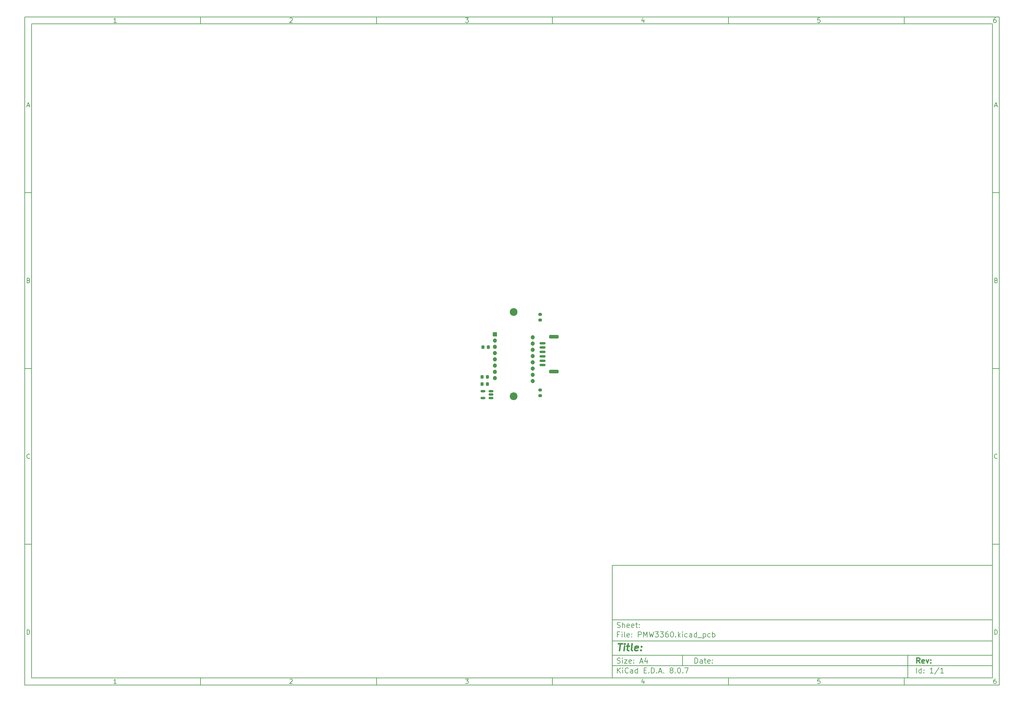
<source format=gbr>
%TF.GenerationSoftware,KiCad,Pcbnew,8.0.7*%
%TF.CreationDate,2024-12-25T19:13:17-08:00*%
%TF.ProjectId,PMW3360,504d5733-3336-4302-9e6b-696361645f70,rev?*%
%TF.SameCoordinates,Original*%
%TF.FileFunction,Soldermask,Top*%
%TF.FilePolarity,Negative*%
%FSLAX46Y46*%
G04 Gerber Fmt 4.6, Leading zero omitted, Abs format (unit mm)*
G04 Created by KiCad (PCBNEW 8.0.7) date 2024-12-25 19:13:17*
%MOMM*%
%LPD*%
G01*
G04 APERTURE LIST*
G04 Aperture macros list*
%AMRoundRect*
0 Rectangle with rounded corners*
0 $1 Rounding radius*
0 $2 $3 $4 $5 $6 $7 $8 $9 X,Y pos of 4 corners*
0 Add a 4 corners polygon primitive as box body*
4,1,4,$2,$3,$4,$5,$6,$7,$8,$9,$2,$3,0*
0 Add four circle primitives for the rounded corners*
1,1,$1+$1,$2,$3*
1,1,$1+$1,$4,$5*
1,1,$1+$1,$6,$7*
1,1,$1+$1,$8,$9*
0 Add four rect primitives between the rounded corners*
20,1,$1+$1,$2,$3,$4,$5,0*
20,1,$1+$1,$4,$5,$6,$7,0*
20,1,$1+$1,$6,$7,$8,$9,0*
20,1,$1+$1,$8,$9,$2,$3,0*%
G04 Aperture macros list end*
%ADD10C,0.100000*%
%ADD11C,0.150000*%
%ADD12C,0.300000*%
%ADD13C,0.400000*%
%ADD14RoundRect,0.150000X0.700000X-0.150000X0.700000X0.150000X-0.700000X0.150000X-0.700000X-0.150000X0*%
%ADD15RoundRect,0.250000X1.100000X-0.250000X1.100000X0.250000X-1.100000X0.250000X-1.100000X-0.250000X0*%
%ADD16RoundRect,0.200000X-0.275000X0.200000X-0.275000X-0.200000X0.275000X-0.200000X0.275000X0.200000X0*%
%ADD17C,2.200000*%
%ADD18R,1.200000X1.200000*%
%ADD19C,1.200000*%
%ADD20RoundRect,0.225000X-0.225000X-0.250000X0.225000X-0.250000X0.225000X0.250000X-0.225000X0.250000X0*%
%ADD21RoundRect,0.150000X0.512500X0.150000X-0.512500X0.150000X-0.512500X-0.150000X0.512500X-0.150000X0*%
%ADD22RoundRect,0.225000X0.225000X0.250000X-0.225000X0.250000X-0.225000X-0.250000X0.225000X-0.250000X0*%
G04 APERTURE END LIST*
D10*
D11*
X177002200Y-166007200D02*
X285002200Y-166007200D01*
X285002200Y-198007200D01*
X177002200Y-198007200D01*
X177002200Y-166007200D01*
D10*
D11*
X10000000Y-10000000D02*
X287002200Y-10000000D01*
X287002200Y-200007200D01*
X10000000Y-200007200D01*
X10000000Y-10000000D01*
D10*
D11*
X12000000Y-12000000D02*
X285002200Y-12000000D01*
X285002200Y-198007200D01*
X12000000Y-198007200D01*
X12000000Y-12000000D01*
D10*
D11*
X60000000Y-12000000D02*
X60000000Y-10000000D01*
D10*
D11*
X110000000Y-12000000D02*
X110000000Y-10000000D01*
D10*
D11*
X160000000Y-12000000D02*
X160000000Y-10000000D01*
D10*
D11*
X210000000Y-12000000D02*
X210000000Y-10000000D01*
D10*
D11*
X260000000Y-12000000D02*
X260000000Y-10000000D01*
D10*
D11*
X36089160Y-11593604D02*
X35346303Y-11593604D01*
X35717731Y-11593604D02*
X35717731Y-10293604D01*
X35717731Y-10293604D02*
X35593922Y-10479319D01*
X35593922Y-10479319D02*
X35470112Y-10603128D01*
X35470112Y-10603128D02*
X35346303Y-10665033D01*
D10*
D11*
X85346303Y-10417414D02*
X85408207Y-10355509D01*
X85408207Y-10355509D02*
X85532017Y-10293604D01*
X85532017Y-10293604D02*
X85841541Y-10293604D01*
X85841541Y-10293604D02*
X85965350Y-10355509D01*
X85965350Y-10355509D02*
X86027255Y-10417414D01*
X86027255Y-10417414D02*
X86089160Y-10541223D01*
X86089160Y-10541223D02*
X86089160Y-10665033D01*
X86089160Y-10665033D02*
X86027255Y-10850747D01*
X86027255Y-10850747D02*
X85284398Y-11593604D01*
X85284398Y-11593604D02*
X86089160Y-11593604D01*
D10*
D11*
X135284398Y-10293604D02*
X136089160Y-10293604D01*
X136089160Y-10293604D02*
X135655826Y-10788842D01*
X135655826Y-10788842D02*
X135841541Y-10788842D01*
X135841541Y-10788842D02*
X135965350Y-10850747D01*
X135965350Y-10850747D02*
X136027255Y-10912652D01*
X136027255Y-10912652D02*
X136089160Y-11036461D01*
X136089160Y-11036461D02*
X136089160Y-11345985D01*
X136089160Y-11345985D02*
X136027255Y-11469795D01*
X136027255Y-11469795D02*
X135965350Y-11531700D01*
X135965350Y-11531700D02*
X135841541Y-11593604D01*
X135841541Y-11593604D02*
X135470112Y-11593604D01*
X135470112Y-11593604D02*
X135346303Y-11531700D01*
X135346303Y-11531700D02*
X135284398Y-11469795D01*
D10*
D11*
X185965350Y-10726938D02*
X185965350Y-11593604D01*
X185655826Y-10231700D02*
X185346303Y-11160271D01*
X185346303Y-11160271D02*
X186151064Y-11160271D01*
D10*
D11*
X236027255Y-10293604D02*
X235408207Y-10293604D01*
X235408207Y-10293604D02*
X235346303Y-10912652D01*
X235346303Y-10912652D02*
X235408207Y-10850747D01*
X235408207Y-10850747D02*
X235532017Y-10788842D01*
X235532017Y-10788842D02*
X235841541Y-10788842D01*
X235841541Y-10788842D02*
X235965350Y-10850747D01*
X235965350Y-10850747D02*
X236027255Y-10912652D01*
X236027255Y-10912652D02*
X236089160Y-11036461D01*
X236089160Y-11036461D02*
X236089160Y-11345985D01*
X236089160Y-11345985D02*
X236027255Y-11469795D01*
X236027255Y-11469795D02*
X235965350Y-11531700D01*
X235965350Y-11531700D02*
X235841541Y-11593604D01*
X235841541Y-11593604D02*
X235532017Y-11593604D01*
X235532017Y-11593604D02*
X235408207Y-11531700D01*
X235408207Y-11531700D02*
X235346303Y-11469795D01*
D10*
D11*
X285965350Y-10293604D02*
X285717731Y-10293604D01*
X285717731Y-10293604D02*
X285593922Y-10355509D01*
X285593922Y-10355509D02*
X285532017Y-10417414D01*
X285532017Y-10417414D02*
X285408207Y-10603128D01*
X285408207Y-10603128D02*
X285346303Y-10850747D01*
X285346303Y-10850747D02*
X285346303Y-11345985D01*
X285346303Y-11345985D02*
X285408207Y-11469795D01*
X285408207Y-11469795D02*
X285470112Y-11531700D01*
X285470112Y-11531700D02*
X285593922Y-11593604D01*
X285593922Y-11593604D02*
X285841541Y-11593604D01*
X285841541Y-11593604D02*
X285965350Y-11531700D01*
X285965350Y-11531700D02*
X286027255Y-11469795D01*
X286027255Y-11469795D02*
X286089160Y-11345985D01*
X286089160Y-11345985D02*
X286089160Y-11036461D01*
X286089160Y-11036461D02*
X286027255Y-10912652D01*
X286027255Y-10912652D02*
X285965350Y-10850747D01*
X285965350Y-10850747D02*
X285841541Y-10788842D01*
X285841541Y-10788842D02*
X285593922Y-10788842D01*
X285593922Y-10788842D02*
X285470112Y-10850747D01*
X285470112Y-10850747D02*
X285408207Y-10912652D01*
X285408207Y-10912652D02*
X285346303Y-11036461D01*
D10*
D11*
X60000000Y-198007200D02*
X60000000Y-200007200D01*
D10*
D11*
X110000000Y-198007200D02*
X110000000Y-200007200D01*
D10*
D11*
X160000000Y-198007200D02*
X160000000Y-200007200D01*
D10*
D11*
X210000000Y-198007200D02*
X210000000Y-200007200D01*
D10*
D11*
X260000000Y-198007200D02*
X260000000Y-200007200D01*
D10*
D11*
X36089160Y-199600804D02*
X35346303Y-199600804D01*
X35717731Y-199600804D02*
X35717731Y-198300804D01*
X35717731Y-198300804D02*
X35593922Y-198486519D01*
X35593922Y-198486519D02*
X35470112Y-198610328D01*
X35470112Y-198610328D02*
X35346303Y-198672233D01*
D10*
D11*
X85346303Y-198424614D02*
X85408207Y-198362709D01*
X85408207Y-198362709D02*
X85532017Y-198300804D01*
X85532017Y-198300804D02*
X85841541Y-198300804D01*
X85841541Y-198300804D02*
X85965350Y-198362709D01*
X85965350Y-198362709D02*
X86027255Y-198424614D01*
X86027255Y-198424614D02*
X86089160Y-198548423D01*
X86089160Y-198548423D02*
X86089160Y-198672233D01*
X86089160Y-198672233D02*
X86027255Y-198857947D01*
X86027255Y-198857947D02*
X85284398Y-199600804D01*
X85284398Y-199600804D02*
X86089160Y-199600804D01*
D10*
D11*
X135284398Y-198300804D02*
X136089160Y-198300804D01*
X136089160Y-198300804D02*
X135655826Y-198796042D01*
X135655826Y-198796042D02*
X135841541Y-198796042D01*
X135841541Y-198796042D02*
X135965350Y-198857947D01*
X135965350Y-198857947D02*
X136027255Y-198919852D01*
X136027255Y-198919852D02*
X136089160Y-199043661D01*
X136089160Y-199043661D02*
X136089160Y-199353185D01*
X136089160Y-199353185D02*
X136027255Y-199476995D01*
X136027255Y-199476995D02*
X135965350Y-199538900D01*
X135965350Y-199538900D02*
X135841541Y-199600804D01*
X135841541Y-199600804D02*
X135470112Y-199600804D01*
X135470112Y-199600804D02*
X135346303Y-199538900D01*
X135346303Y-199538900D02*
X135284398Y-199476995D01*
D10*
D11*
X185965350Y-198734138D02*
X185965350Y-199600804D01*
X185655826Y-198238900D02*
X185346303Y-199167471D01*
X185346303Y-199167471D02*
X186151064Y-199167471D01*
D10*
D11*
X236027255Y-198300804D02*
X235408207Y-198300804D01*
X235408207Y-198300804D02*
X235346303Y-198919852D01*
X235346303Y-198919852D02*
X235408207Y-198857947D01*
X235408207Y-198857947D02*
X235532017Y-198796042D01*
X235532017Y-198796042D02*
X235841541Y-198796042D01*
X235841541Y-198796042D02*
X235965350Y-198857947D01*
X235965350Y-198857947D02*
X236027255Y-198919852D01*
X236027255Y-198919852D02*
X236089160Y-199043661D01*
X236089160Y-199043661D02*
X236089160Y-199353185D01*
X236089160Y-199353185D02*
X236027255Y-199476995D01*
X236027255Y-199476995D02*
X235965350Y-199538900D01*
X235965350Y-199538900D02*
X235841541Y-199600804D01*
X235841541Y-199600804D02*
X235532017Y-199600804D01*
X235532017Y-199600804D02*
X235408207Y-199538900D01*
X235408207Y-199538900D02*
X235346303Y-199476995D01*
D10*
D11*
X285965350Y-198300804D02*
X285717731Y-198300804D01*
X285717731Y-198300804D02*
X285593922Y-198362709D01*
X285593922Y-198362709D02*
X285532017Y-198424614D01*
X285532017Y-198424614D02*
X285408207Y-198610328D01*
X285408207Y-198610328D02*
X285346303Y-198857947D01*
X285346303Y-198857947D02*
X285346303Y-199353185D01*
X285346303Y-199353185D02*
X285408207Y-199476995D01*
X285408207Y-199476995D02*
X285470112Y-199538900D01*
X285470112Y-199538900D02*
X285593922Y-199600804D01*
X285593922Y-199600804D02*
X285841541Y-199600804D01*
X285841541Y-199600804D02*
X285965350Y-199538900D01*
X285965350Y-199538900D02*
X286027255Y-199476995D01*
X286027255Y-199476995D02*
X286089160Y-199353185D01*
X286089160Y-199353185D02*
X286089160Y-199043661D01*
X286089160Y-199043661D02*
X286027255Y-198919852D01*
X286027255Y-198919852D02*
X285965350Y-198857947D01*
X285965350Y-198857947D02*
X285841541Y-198796042D01*
X285841541Y-198796042D02*
X285593922Y-198796042D01*
X285593922Y-198796042D02*
X285470112Y-198857947D01*
X285470112Y-198857947D02*
X285408207Y-198919852D01*
X285408207Y-198919852D02*
X285346303Y-199043661D01*
D10*
D11*
X10000000Y-60000000D02*
X12000000Y-60000000D01*
D10*
D11*
X10000000Y-110000000D02*
X12000000Y-110000000D01*
D10*
D11*
X10000000Y-160000000D02*
X12000000Y-160000000D01*
D10*
D11*
X10690476Y-35222176D02*
X11309523Y-35222176D01*
X10566666Y-35593604D02*
X10999999Y-34293604D01*
X10999999Y-34293604D02*
X11433333Y-35593604D01*
D10*
D11*
X11092857Y-84912652D02*
X11278571Y-84974557D01*
X11278571Y-84974557D02*
X11340476Y-85036461D01*
X11340476Y-85036461D02*
X11402380Y-85160271D01*
X11402380Y-85160271D02*
X11402380Y-85345985D01*
X11402380Y-85345985D02*
X11340476Y-85469795D01*
X11340476Y-85469795D02*
X11278571Y-85531700D01*
X11278571Y-85531700D02*
X11154761Y-85593604D01*
X11154761Y-85593604D02*
X10659523Y-85593604D01*
X10659523Y-85593604D02*
X10659523Y-84293604D01*
X10659523Y-84293604D02*
X11092857Y-84293604D01*
X11092857Y-84293604D02*
X11216666Y-84355509D01*
X11216666Y-84355509D02*
X11278571Y-84417414D01*
X11278571Y-84417414D02*
X11340476Y-84541223D01*
X11340476Y-84541223D02*
X11340476Y-84665033D01*
X11340476Y-84665033D02*
X11278571Y-84788842D01*
X11278571Y-84788842D02*
X11216666Y-84850747D01*
X11216666Y-84850747D02*
X11092857Y-84912652D01*
X11092857Y-84912652D02*
X10659523Y-84912652D01*
D10*
D11*
X11402380Y-135469795D02*
X11340476Y-135531700D01*
X11340476Y-135531700D02*
X11154761Y-135593604D01*
X11154761Y-135593604D02*
X11030952Y-135593604D01*
X11030952Y-135593604D02*
X10845238Y-135531700D01*
X10845238Y-135531700D02*
X10721428Y-135407890D01*
X10721428Y-135407890D02*
X10659523Y-135284080D01*
X10659523Y-135284080D02*
X10597619Y-135036461D01*
X10597619Y-135036461D02*
X10597619Y-134850747D01*
X10597619Y-134850747D02*
X10659523Y-134603128D01*
X10659523Y-134603128D02*
X10721428Y-134479319D01*
X10721428Y-134479319D02*
X10845238Y-134355509D01*
X10845238Y-134355509D02*
X11030952Y-134293604D01*
X11030952Y-134293604D02*
X11154761Y-134293604D01*
X11154761Y-134293604D02*
X11340476Y-134355509D01*
X11340476Y-134355509D02*
X11402380Y-134417414D01*
D10*
D11*
X10659523Y-185593604D02*
X10659523Y-184293604D01*
X10659523Y-184293604D02*
X10969047Y-184293604D01*
X10969047Y-184293604D02*
X11154761Y-184355509D01*
X11154761Y-184355509D02*
X11278571Y-184479319D01*
X11278571Y-184479319D02*
X11340476Y-184603128D01*
X11340476Y-184603128D02*
X11402380Y-184850747D01*
X11402380Y-184850747D02*
X11402380Y-185036461D01*
X11402380Y-185036461D02*
X11340476Y-185284080D01*
X11340476Y-185284080D02*
X11278571Y-185407890D01*
X11278571Y-185407890D02*
X11154761Y-185531700D01*
X11154761Y-185531700D02*
X10969047Y-185593604D01*
X10969047Y-185593604D02*
X10659523Y-185593604D01*
D10*
D11*
X287002200Y-60000000D02*
X285002200Y-60000000D01*
D10*
D11*
X287002200Y-110000000D02*
X285002200Y-110000000D01*
D10*
D11*
X287002200Y-160000000D02*
X285002200Y-160000000D01*
D10*
D11*
X285692676Y-35222176D02*
X286311723Y-35222176D01*
X285568866Y-35593604D02*
X286002199Y-34293604D01*
X286002199Y-34293604D02*
X286435533Y-35593604D01*
D10*
D11*
X286095057Y-84912652D02*
X286280771Y-84974557D01*
X286280771Y-84974557D02*
X286342676Y-85036461D01*
X286342676Y-85036461D02*
X286404580Y-85160271D01*
X286404580Y-85160271D02*
X286404580Y-85345985D01*
X286404580Y-85345985D02*
X286342676Y-85469795D01*
X286342676Y-85469795D02*
X286280771Y-85531700D01*
X286280771Y-85531700D02*
X286156961Y-85593604D01*
X286156961Y-85593604D02*
X285661723Y-85593604D01*
X285661723Y-85593604D02*
X285661723Y-84293604D01*
X285661723Y-84293604D02*
X286095057Y-84293604D01*
X286095057Y-84293604D02*
X286218866Y-84355509D01*
X286218866Y-84355509D02*
X286280771Y-84417414D01*
X286280771Y-84417414D02*
X286342676Y-84541223D01*
X286342676Y-84541223D02*
X286342676Y-84665033D01*
X286342676Y-84665033D02*
X286280771Y-84788842D01*
X286280771Y-84788842D02*
X286218866Y-84850747D01*
X286218866Y-84850747D02*
X286095057Y-84912652D01*
X286095057Y-84912652D02*
X285661723Y-84912652D01*
D10*
D11*
X286404580Y-135469795D02*
X286342676Y-135531700D01*
X286342676Y-135531700D02*
X286156961Y-135593604D01*
X286156961Y-135593604D02*
X286033152Y-135593604D01*
X286033152Y-135593604D02*
X285847438Y-135531700D01*
X285847438Y-135531700D02*
X285723628Y-135407890D01*
X285723628Y-135407890D02*
X285661723Y-135284080D01*
X285661723Y-135284080D02*
X285599819Y-135036461D01*
X285599819Y-135036461D02*
X285599819Y-134850747D01*
X285599819Y-134850747D02*
X285661723Y-134603128D01*
X285661723Y-134603128D02*
X285723628Y-134479319D01*
X285723628Y-134479319D02*
X285847438Y-134355509D01*
X285847438Y-134355509D02*
X286033152Y-134293604D01*
X286033152Y-134293604D02*
X286156961Y-134293604D01*
X286156961Y-134293604D02*
X286342676Y-134355509D01*
X286342676Y-134355509D02*
X286404580Y-134417414D01*
D10*
D11*
X285661723Y-185593604D02*
X285661723Y-184293604D01*
X285661723Y-184293604D02*
X285971247Y-184293604D01*
X285971247Y-184293604D02*
X286156961Y-184355509D01*
X286156961Y-184355509D02*
X286280771Y-184479319D01*
X286280771Y-184479319D02*
X286342676Y-184603128D01*
X286342676Y-184603128D02*
X286404580Y-184850747D01*
X286404580Y-184850747D02*
X286404580Y-185036461D01*
X286404580Y-185036461D02*
X286342676Y-185284080D01*
X286342676Y-185284080D02*
X286280771Y-185407890D01*
X286280771Y-185407890D02*
X286156961Y-185531700D01*
X286156961Y-185531700D02*
X285971247Y-185593604D01*
X285971247Y-185593604D02*
X285661723Y-185593604D01*
D10*
D11*
X200458026Y-193793328D02*
X200458026Y-192293328D01*
X200458026Y-192293328D02*
X200815169Y-192293328D01*
X200815169Y-192293328D02*
X201029455Y-192364757D01*
X201029455Y-192364757D02*
X201172312Y-192507614D01*
X201172312Y-192507614D02*
X201243741Y-192650471D01*
X201243741Y-192650471D02*
X201315169Y-192936185D01*
X201315169Y-192936185D02*
X201315169Y-193150471D01*
X201315169Y-193150471D02*
X201243741Y-193436185D01*
X201243741Y-193436185D02*
X201172312Y-193579042D01*
X201172312Y-193579042D02*
X201029455Y-193721900D01*
X201029455Y-193721900D02*
X200815169Y-193793328D01*
X200815169Y-193793328D02*
X200458026Y-193793328D01*
X202600884Y-193793328D02*
X202600884Y-193007614D01*
X202600884Y-193007614D02*
X202529455Y-192864757D01*
X202529455Y-192864757D02*
X202386598Y-192793328D01*
X202386598Y-192793328D02*
X202100884Y-192793328D01*
X202100884Y-192793328D02*
X201958026Y-192864757D01*
X202600884Y-193721900D02*
X202458026Y-193793328D01*
X202458026Y-193793328D02*
X202100884Y-193793328D01*
X202100884Y-193793328D02*
X201958026Y-193721900D01*
X201958026Y-193721900D02*
X201886598Y-193579042D01*
X201886598Y-193579042D02*
X201886598Y-193436185D01*
X201886598Y-193436185D02*
X201958026Y-193293328D01*
X201958026Y-193293328D02*
X202100884Y-193221900D01*
X202100884Y-193221900D02*
X202458026Y-193221900D01*
X202458026Y-193221900D02*
X202600884Y-193150471D01*
X203100884Y-192793328D02*
X203672312Y-192793328D01*
X203315169Y-192293328D02*
X203315169Y-193579042D01*
X203315169Y-193579042D02*
X203386598Y-193721900D01*
X203386598Y-193721900D02*
X203529455Y-193793328D01*
X203529455Y-193793328D02*
X203672312Y-193793328D01*
X204743741Y-193721900D02*
X204600884Y-193793328D01*
X204600884Y-193793328D02*
X204315170Y-193793328D01*
X204315170Y-193793328D02*
X204172312Y-193721900D01*
X204172312Y-193721900D02*
X204100884Y-193579042D01*
X204100884Y-193579042D02*
X204100884Y-193007614D01*
X204100884Y-193007614D02*
X204172312Y-192864757D01*
X204172312Y-192864757D02*
X204315170Y-192793328D01*
X204315170Y-192793328D02*
X204600884Y-192793328D01*
X204600884Y-192793328D02*
X204743741Y-192864757D01*
X204743741Y-192864757D02*
X204815170Y-193007614D01*
X204815170Y-193007614D02*
X204815170Y-193150471D01*
X204815170Y-193150471D02*
X204100884Y-193293328D01*
X205458026Y-193650471D02*
X205529455Y-193721900D01*
X205529455Y-193721900D02*
X205458026Y-193793328D01*
X205458026Y-193793328D02*
X205386598Y-193721900D01*
X205386598Y-193721900D02*
X205458026Y-193650471D01*
X205458026Y-193650471D02*
X205458026Y-193793328D01*
X205458026Y-192864757D02*
X205529455Y-192936185D01*
X205529455Y-192936185D02*
X205458026Y-193007614D01*
X205458026Y-193007614D02*
X205386598Y-192936185D01*
X205386598Y-192936185D02*
X205458026Y-192864757D01*
X205458026Y-192864757D02*
X205458026Y-193007614D01*
D10*
D11*
X177002200Y-194507200D02*
X285002200Y-194507200D01*
D10*
D11*
X178458026Y-196593328D02*
X178458026Y-195093328D01*
X179315169Y-196593328D02*
X178672312Y-195736185D01*
X179315169Y-195093328D02*
X178458026Y-195950471D01*
X179958026Y-196593328D02*
X179958026Y-195593328D01*
X179958026Y-195093328D02*
X179886598Y-195164757D01*
X179886598Y-195164757D02*
X179958026Y-195236185D01*
X179958026Y-195236185D02*
X180029455Y-195164757D01*
X180029455Y-195164757D02*
X179958026Y-195093328D01*
X179958026Y-195093328D02*
X179958026Y-195236185D01*
X181529455Y-196450471D02*
X181458027Y-196521900D01*
X181458027Y-196521900D02*
X181243741Y-196593328D01*
X181243741Y-196593328D02*
X181100884Y-196593328D01*
X181100884Y-196593328D02*
X180886598Y-196521900D01*
X180886598Y-196521900D02*
X180743741Y-196379042D01*
X180743741Y-196379042D02*
X180672312Y-196236185D01*
X180672312Y-196236185D02*
X180600884Y-195950471D01*
X180600884Y-195950471D02*
X180600884Y-195736185D01*
X180600884Y-195736185D02*
X180672312Y-195450471D01*
X180672312Y-195450471D02*
X180743741Y-195307614D01*
X180743741Y-195307614D02*
X180886598Y-195164757D01*
X180886598Y-195164757D02*
X181100884Y-195093328D01*
X181100884Y-195093328D02*
X181243741Y-195093328D01*
X181243741Y-195093328D02*
X181458027Y-195164757D01*
X181458027Y-195164757D02*
X181529455Y-195236185D01*
X182815170Y-196593328D02*
X182815170Y-195807614D01*
X182815170Y-195807614D02*
X182743741Y-195664757D01*
X182743741Y-195664757D02*
X182600884Y-195593328D01*
X182600884Y-195593328D02*
X182315170Y-195593328D01*
X182315170Y-195593328D02*
X182172312Y-195664757D01*
X182815170Y-196521900D02*
X182672312Y-196593328D01*
X182672312Y-196593328D02*
X182315170Y-196593328D01*
X182315170Y-196593328D02*
X182172312Y-196521900D01*
X182172312Y-196521900D02*
X182100884Y-196379042D01*
X182100884Y-196379042D02*
X182100884Y-196236185D01*
X182100884Y-196236185D02*
X182172312Y-196093328D01*
X182172312Y-196093328D02*
X182315170Y-196021900D01*
X182315170Y-196021900D02*
X182672312Y-196021900D01*
X182672312Y-196021900D02*
X182815170Y-195950471D01*
X184172313Y-196593328D02*
X184172313Y-195093328D01*
X184172313Y-196521900D02*
X184029455Y-196593328D01*
X184029455Y-196593328D02*
X183743741Y-196593328D01*
X183743741Y-196593328D02*
X183600884Y-196521900D01*
X183600884Y-196521900D02*
X183529455Y-196450471D01*
X183529455Y-196450471D02*
X183458027Y-196307614D01*
X183458027Y-196307614D02*
X183458027Y-195879042D01*
X183458027Y-195879042D02*
X183529455Y-195736185D01*
X183529455Y-195736185D02*
X183600884Y-195664757D01*
X183600884Y-195664757D02*
X183743741Y-195593328D01*
X183743741Y-195593328D02*
X184029455Y-195593328D01*
X184029455Y-195593328D02*
X184172313Y-195664757D01*
X186029455Y-195807614D02*
X186529455Y-195807614D01*
X186743741Y-196593328D02*
X186029455Y-196593328D01*
X186029455Y-196593328D02*
X186029455Y-195093328D01*
X186029455Y-195093328D02*
X186743741Y-195093328D01*
X187386598Y-196450471D02*
X187458027Y-196521900D01*
X187458027Y-196521900D02*
X187386598Y-196593328D01*
X187386598Y-196593328D02*
X187315170Y-196521900D01*
X187315170Y-196521900D02*
X187386598Y-196450471D01*
X187386598Y-196450471D02*
X187386598Y-196593328D01*
X188100884Y-196593328D02*
X188100884Y-195093328D01*
X188100884Y-195093328D02*
X188458027Y-195093328D01*
X188458027Y-195093328D02*
X188672313Y-195164757D01*
X188672313Y-195164757D02*
X188815170Y-195307614D01*
X188815170Y-195307614D02*
X188886599Y-195450471D01*
X188886599Y-195450471D02*
X188958027Y-195736185D01*
X188958027Y-195736185D02*
X188958027Y-195950471D01*
X188958027Y-195950471D02*
X188886599Y-196236185D01*
X188886599Y-196236185D02*
X188815170Y-196379042D01*
X188815170Y-196379042D02*
X188672313Y-196521900D01*
X188672313Y-196521900D02*
X188458027Y-196593328D01*
X188458027Y-196593328D02*
X188100884Y-196593328D01*
X189600884Y-196450471D02*
X189672313Y-196521900D01*
X189672313Y-196521900D02*
X189600884Y-196593328D01*
X189600884Y-196593328D02*
X189529456Y-196521900D01*
X189529456Y-196521900D02*
X189600884Y-196450471D01*
X189600884Y-196450471D02*
X189600884Y-196593328D01*
X190243742Y-196164757D02*
X190958028Y-196164757D01*
X190100885Y-196593328D02*
X190600885Y-195093328D01*
X190600885Y-195093328D02*
X191100885Y-196593328D01*
X191600884Y-196450471D02*
X191672313Y-196521900D01*
X191672313Y-196521900D02*
X191600884Y-196593328D01*
X191600884Y-196593328D02*
X191529456Y-196521900D01*
X191529456Y-196521900D02*
X191600884Y-196450471D01*
X191600884Y-196450471D02*
X191600884Y-196593328D01*
X193672313Y-195736185D02*
X193529456Y-195664757D01*
X193529456Y-195664757D02*
X193458027Y-195593328D01*
X193458027Y-195593328D02*
X193386599Y-195450471D01*
X193386599Y-195450471D02*
X193386599Y-195379042D01*
X193386599Y-195379042D02*
X193458027Y-195236185D01*
X193458027Y-195236185D02*
X193529456Y-195164757D01*
X193529456Y-195164757D02*
X193672313Y-195093328D01*
X193672313Y-195093328D02*
X193958027Y-195093328D01*
X193958027Y-195093328D02*
X194100885Y-195164757D01*
X194100885Y-195164757D02*
X194172313Y-195236185D01*
X194172313Y-195236185D02*
X194243742Y-195379042D01*
X194243742Y-195379042D02*
X194243742Y-195450471D01*
X194243742Y-195450471D02*
X194172313Y-195593328D01*
X194172313Y-195593328D02*
X194100885Y-195664757D01*
X194100885Y-195664757D02*
X193958027Y-195736185D01*
X193958027Y-195736185D02*
X193672313Y-195736185D01*
X193672313Y-195736185D02*
X193529456Y-195807614D01*
X193529456Y-195807614D02*
X193458027Y-195879042D01*
X193458027Y-195879042D02*
X193386599Y-196021900D01*
X193386599Y-196021900D02*
X193386599Y-196307614D01*
X193386599Y-196307614D02*
X193458027Y-196450471D01*
X193458027Y-196450471D02*
X193529456Y-196521900D01*
X193529456Y-196521900D02*
X193672313Y-196593328D01*
X193672313Y-196593328D02*
X193958027Y-196593328D01*
X193958027Y-196593328D02*
X194100885Y-196521900D01*
X194100885Y-196521900D02*
X194172313Y-196450471D01*
X194172313Y-196450471D02*
X194243742Y-196307614D01*
X194243742Y-196307614D02*
X194243742Y-196021900D01*
X194243742Y-196021900D02*
X194172313Y-195879042D01*
X194172313Y-195879042D02*
X194100885Y-195807614D01*
X194100885Y-195807614D02*
X193958027Y-195736185D01*
X194886598Y-196450471D02*
X194958027Y-196521900D01*
X194958027Y-196521900D02*
X194886598Y-196593328D01*
X194886598Y-196593328D02*
X194815170Y-196521900D01*
X194815170Y-196521900D02*
X194886598Y-196450471D01*
X194886598Y-196450471D02*
X194886598Y-196593328D01*
X195886599Y-195093328D02*
X196029456Y-195093328D01*
X196029456Y-195093328D02*
X196172313Y-195164757D01*
X196172313Y-195164757D02*
X196243742Y-195236185D01*
X196243742Y-195236185D02*
X196315170Y-195379042D01*
X196315170Y-195379042D02*
X196386599Y-195664757D01*
X196386599Y-195664757D02*
X196386599Y-196021900D01*
X196386599Y-196021900D02*
X196315170Y-196307614D01*
X196315170Y-196307614D02*
X196243742Y-196450471D01*
X196243742Y-196450471D02*
X196172313Y-196521900D01*
X196172313Y-196521900D02*
X196029456Y-196593328D01*
X196029456Y-196593328D02*
X195886599Y-196593328D01*
X195886599Y-196593328D02*
X195743742Y-196521900D01*
X195743742Y-196521900D02*
X195672313Y-196450471D01*
X195672313Y-196450471D02*
X195600884Y-196307614D01*
X195600884Y-196307614D02*
X195529456Y-196021900D01*
X195529456Y-196021900D02*
X195529456Y-195664757D01*
X195529456Y-195664757D02*
X195600884Y-195379042D01*
X195600884Y-195379042D02*
X195672313Y-195236185D01*
X195672313Y-195236185D02*
X195743742Y-195164757D01*
X195743742Y-195164757D02*
X195886599Y-195093328D01*
X197029455Y-196450471D02*
X197100884Y-196521900D01*
X197100884Y-196521900D02*
X197029455Y-196593328D01*
X197029455Y-196593328D02*
X196958027Y-196521900D01*
X196958027Y-196521900D02*
X197029455Y-196450471D01*
X197029455Y-196450471D02*
X197029455Y-196593328D01*
X197600884Y-195093328D02*
X198600884Y-195093328D01*
X198600884Y-195093328D02*
X197958027Y-196593328D01*
D10*
D11*
X177002200Y-191507200D02*
X285002200Y-191507200D01*
D10*
D12*
X264413853Y-193785528D02*
X263913853Y-193071242D01*
X263556710Y-193785528D02*
X263556710Y-192285528D01*
X263556710Y-192285528D02*
X264128139Y-192285528D01*
X264128139Y-192285528D02*
X264270996Y-192356957D01*
X264270996Y-192356957D02*
X264342425Y-192428385D01*
X264342425Y-192428385D02*
X264413853Y-192571242D01*
X264413853Y-192571242D02*
X264413853Y-192785528D01*
X264413853Y-192785528D02*
X264342425Y-192928385D01*
X264342425Y-192928385D02*
X264270996Y-192999814D01*
X264270996Y-192999814D02*
X264128139Y-193071242D01*
X264128139Y-193071242D02*
X263556710Y-193071242D01*
X265628139Y-193714100D02*
X265485282Y-193785528D01*
X265485282Y-193785528D02*
X265199568Y-193785528D01*
X265199568Y-193785528D02*
X265056710Y-193714100D01*
X265056710Y-193714100D02*
X264985282Y-193571242D01*
X264985282Y-193571242D02*
X264985282Y-192999814D01*
X264985282Y-192999814D02*
X265056710Y-192856957D01*
X265056710Y-192856957D02*
X265199568Y-192785528D01*
X265199568Y-192785528D02*
X265485282Y-192785528D01*
X265485282Y-192785528D02*
X265628139Y-192856957D01*
X265628139Y-192856957D02*
X265699568Y-192999814D01*
X265699568Y-192999814D02*
X265699568Y-193142671D01*
X265699568Y-193142671D02*
X264985282Y-193285528D01*
X266199567Y-192785528D02*
X266556710Y-193785528D01*
X266556710Y-193785528D02*
X266913853Y-192785528D01*
X267485281Y-193642671D02*
X267556710Y-193714100D01*
X267556710Y-193714100D02*
X267485281Y-193785528D01*
X267485281Y-193785528D02*
X267413853Y-193714100D01*
X267413853Y-193714100D02*
X267485281Y-193642671D01*
X267485281Y-193642671D02*
X267485281Y-193785528D01*
X267485281Y-192856957D02*
X267556710Y-192928385D01*
X267556710Y-192928385D02*
X267485281Y-192999814D01*
X267485281Y-192999814D02*
X267413853Y-192928385D01*
X267413853Y-192928385D02*
X267485281Y-192856957D01*
X267485281Y-192856957D02*
X267485281Y-192999814D01*
D10*
D11*
X178386598Y-193721900D02*
X178600884Y-193793328D01*
X178600884Y-193793328D02*
X178958026Y-193793328D01*
X178958026Y-193793328D02*
X179100884Y-193721900D01*
X179100884Y-193721900D02*
X179172312Y-193650471D01*
X179172312Y-193650471D02*
X179243741Y-193507614D01*
X179243741Y-193507614D02*
X179243741Y-193364757D01*
X179243741Y-193364757D02*
X179172312Y-193221900D01*
X179172312Y-193221900D02*
X179100884Y-193150471D01*
X179100884Y-193150471D02*
X178958026Y-193079042D01*
X178958026Y-193079042D02*
X178672312Y-193007614D01*
X178672312Y-193007614D02*
X178529455Y-192936185D01*
X178529455Y-192936185D02*
X178458026Y-192864757D01*
X178458026Y-192864757D02*
X178386598Y-192721900D01*
X178386598Y-192721900D02*
X178386598Y-192579042D01*
X178386598Y-192579042D02*
X178458026Y-192436185D01*
X178458026Y-192436185D02*
X178529455Y-192364757D01*
X178529455Y-192364757D02*
X178672312Y-192293328D01*
X178672312Y-192293328D02*
X179029455Y-192293328D01*
X179029455Y-192293328D02*
X179243741Y-192364757D01*
X179886597Y-193793328D02*
X179886597Y-192793328D01*
X179886597Y-192293328D02*
X179815169Y-192364757D01*
X179815169Y-192364757D02*
X179886597Y-192436185D01*
X179886597Y-192436185D02*
X179958026Y-192364757D01*
X179958026Y-192364757D02*
X179886597Y-192293328D01*
X179886597Y-192293328D02*
X179886597Y-192436185D01*
X180458026Y-192793328D02*
X181243741Y-192793328D01*
X181243741Y-192793328D02*
X180458026Y-193793328D01*
X180458026Y-193793328D02*
X181243741Y-193793328D01*
X182386598Y-193721900D02*
X182243741Y-193793328D01*
X182243741Y-193793328D02*
X181958027Y-193793328D01*
X181958027Y-193793328D02*
X181815169Y-193721900D01*
X181815169Y-193721900D02*
X181743741Y-193579042D01*
X181743741Y-193579042D02*
X181743741Y-193007614D01*
X181743741Y-193007614D02*
X181815169Y-192864757D01*
X181815169Y-192864757D02*
X181958027Y-192793328D01*
X181958027Y-192793328D02*
X182243741Y-192793328D01*
X182243741Y-192793328D02*
X182386598Y-192864757D01*
X182386598Y-192864757D02*
X182458027Y-193007614D01*
X182458027Y-193007614D02*
X182458027Y-193150471D01*
X182458027Y-193150471D02*
X181743741Y-193293328D01*
X183100883Y-193650471D02*
X183172312Y-193721900D01*
X183172312Y-193721900D02*
X183100883Y-193793328D01*
X183100883Y-193793328D02*
X183029455Y-193721900D01*
X183029455Y-193721900D02*
X183100883Y-193650471D01*
X183100883Y-193650471D02*
X183100883Y-193793328D01*
X183100883Y-192864757D02*
X183172312Y-192936185D01*
X183172312Y-192936185D02*
X183100883Y-193007614D01*
X183100883Y-193007614D02*
X183029455Y-192936185D01*
X183029455Y-192936185D02*
X183100883Y-192864757D01*
X183100883Y-192864757D02*
X183100883Y-193007614D01*
X184886598Y-193364757D02*
X185600884Y-193364757D01*
X184743741Y-193793328D02*
X185243741Y-192293328D01*
X185243741Y-192293328D02*
X185743741Y-193793328D01*
X186886598Y-192793328D02*
X186886598Y-193793328D01*
X186529455Y-192221900D02*
X186172312Y-193293328D01*
X186172312Y-193293328D02*
X187100883Y-193293328D01*
D10*
D11*
X263458026Y-196593328D02*
X263458026Y-195093328D01*
X264815170Y-196593328D02*
X264815170Y-195093328D01*
X264815170Y-196521900D02*
X264672312Y-196593328D01*
X264672312Y-196593328D02*
X264386598Y-196593328D01*
X264386598Y-196593328D02*
X264243741Y-196521900D01*
X264243741Y-196521900D02*
X264172312Y-196450471D01*
X264172312Y-196450471D02*
X264100884Y-196307614D01*
X264100884Y-196307614D02*
X264100884Y-195879042D01*
X264100884Y-195879042D02*
X264172312Y-195736185D01*
X264172312Y-195736185D02*
X264243741Y-195664757D01*
X264243741Y-195664757D02*
X264386598Y-195593328D01*
X264386598Y-195593328D02*
X264672312Y-195593328D01*
X264672312Y-195593328D02*
X264815170Y-195664757D01*
X265529455Y-196450471D02*
X265600884Y-196521900D01*
X265600884Y-196521900D02*
X265529455Y-196593328D01*
X265529455Y-196593328D02*
X265458027Y-196521900D01*
X265458027Y-196521900D02*
X265529455Y-196450471D01*
X265529455Y-196450471D02*
X265529455Y-196593328D01*
X265529455Y-195664757D02*
X265600884Y-195736185D01*
X265600884Y-195736185D02*
X265529455Y-195807614D01*
X265529455Y-195807614D02*
X265458027Y-195736185D01*
X265458027Y-195736185D02*
X265529455Y-195664757D01*
X265529455Y-195664757D02*
X265529455Y-195807614D01*
X268172313Y-196593328D02*
X267315170Y-196593328D01*
X267743741Y-196593328D02*
X267743741Y-195093328D01*
X267743741Y-195093328D02*
X267600884Y-195307614D01*
X267600884Y-195307614D02*
X267458027Y-195450471D01*
X267458027Y-195450471D02*
X267315170Y-195521900D01*
X269886598Y-195021900D02*
X268600884Y-196950471D01*
X271172313Y-196593328D02*
X270315170Y-196593328D01*
X270743741Y-196593328D02*
X270743741Y-195093328D01*
X270743741Y-195093328D02*
X270600884Y-195307614D01*
X270600884Y-195307614D02*
X270458027Y-195450471D01*
X270458027Y-195450471D02*
X270315170Y-195521900D01*
D10*
D11*
X177002200Y-187507200D02*
X285002200Y-187507200D01*
D10*
D13*
X178693928Y-188211638D02*
X179836785Y-188211638D01*
X179015357Y-190211638D02*
X179265357Y-188211638D01*
X180253452Y-190211638D02*
X180420119Y-188878304D01*
X180503452Y-188211638D02*
X180396309Y-188306876D01*
X180396309Y-188306876D02*
X180479643Y-188402114D01*
X180479643Y-188402114D02*
X180586786Y-188306876D01*
X180586786Y-188306876D02*
X180503452Y-188211638D01*
X180503452Y-188211638D02*
X180479643Y-188402114D01*
X181086786Y-188878304D02*
X181848690Y-188878304D01*
X181455833Y-188211638D02*
X181241548Y-189925923D01*
X181241548Y-189925923D02*
X181312976Y-190116400D01*
X181312976Y-190116400D02*
X181491548Y-190211638D01*
X181491548Y-190211638D02*
X181682024Y-190211638D01*
X182634405Y-190211638D02*
X182455833Y-190116400D01*
X182455833Y-190116400D02*
X182384405Y-189925923D01*
X182384405Y-189925923D02*
X182598690Y-188211638D01*
X184170119Y-190116400D02*
X183967738Y-190211638D01*
X183967738Y-190211638D02*
X183586785Y-190211638D01*
X183586785Y-190211638D02*
X183408214Y-190116400D01*
X183408214Y-190116400D02*
X183336785Y-189925923D01*
X183336785Y-189925923D02*
X183432024Y-189164019D01*
X183432024Y-189164019D02*
X183551071Y-188973542D01*
X183551071Y-188973542D02*
X183753452Y-188878304D01*
X183753452Y-188878304D02*
X184134404Y-188878304D01*
X184134404Y-188878304D02*
X184312976Y-188973542D01*
X184312976Y-188973542D02*
X184384404Y-189164019D01*
X184384404Y-189164019D02*
X184360595Y-189354495D01*
X184360595Y-189354495D02*
X183384404Y-189544971D01*
X185134405Y-190021161D02*
X185217738Y-190116400D01*
X185217738Y-190116400D02*
X185110595Y-190211638D01*
X185110595Y-190211638D02*
X185027262Y-190116400D01*
X185027262Y-190116400D02*
X185134405Y-190021161D01*
X185134405Y-190021161D02*
X185110595Y-190211638D01*
X185265357Y-188973542D02*
X185348690Y-189068780D01*
X185348690Y-189068780D02*
X185241548Y-189164019D01*
X185241548Y-189164019D02*
X185158214Y-189068780D01*
X185158214Y-189068780D02*
X185265357Y-188973542D01*
X185265357Y-188973542D02*
X185241548Y-189164019D01*
D10*
D11*
X178958026Y-185607614D02*
X178458026Y-185607614D01*
X178458026Y-186393328D02*
X178458026Y-184893328D01*
X178458026Y-184893328D02*
X179172312Y-184893328D01*
X179743740Y-186393328D02*
X179743740Y-185393328D01*
X179743740Y-184893328D02*
X179672312Y-184964757D01*
X179672312Y-184964757D02*
X179743740Y-185036185D01*
X179743740Y-185036185D02*
X179815169Y-184964757D01*
X179815169Y-184964757D02*
X179743740Y-184893328D01*
X179743740Y-184893328D02*
X179743740Y-185036185D01*
X180672312Y-186393328D02*
X180529455Y-186321900D01*
X180529455Y-186321900D02*
X180458026Y-186179042D01*
X180458026Y-186179042D02*
X180458026Y-184893328D01*
X181815169Y-186321900D02*
X181672312Y-186393328D01*
X181672312Y-186393328D02*
X181386598Y-186393328D01*
X181386598Y-186393328D02*
X181243740Y-186321900D01*
X181243740Y-186321900D02*
X181172312Y-186179042D01*
X181172312Y-186179042D02*
X181172312Y-185607614D01*
X181172312Y-185607614D02*
X181243740Y-185464757D01*
X181243740Y-185464757D02*
X181386598Y-185393328D01*
X181386598Y-185393328D02*
X181672312Y-185393328D01*
X181672312Y-185393328D02*
X181815169Y-185464757D01*
X181815169Y-185464757D02*
X181886598Y-185607614D01*
X181886598Y-185607614D02*
X181886598Y-185750471D01*
X181886598Y-185750471D02*
X181172312Y-185893328D01*
X182529454Y-186250471D02*
X182600883Y-186321900D01*
X182600883Y-186321900D02*
X182529454Y-186393328D01*
X182529454Y-186393328D02*
X182458026Y-186321900D01*
X182458026Y-186321900D02*
X182529454Y-186250471D01*
X182529454Y-186250471D02*
X182529454Y-186393328D01*
X182529454Y-185464757D02*
X182600883Y-185536185D01*
X182600883Y-185536185D02*
X182529454Y-185607614D01*
X182529454Y-185607614D02*
X182458026Y-185536185D01*
X182458026Y-185536185D02*
X182529454Y-185464757D01*
X182529454Y-185464757D02*
X182529454Y-185607614D01*
X184386597Y-186393328D02*
X184386597Y-184893328D01*
X184386597Y-184893328D02*
X184958026Y-184893328D01*
X184958026Y-184893328D02*
X185100883Y-184964757D01*
X185100883Y-184964757D02*
X185172312Y-185036185D01*
X185172312Y-185036185D02*
X185243740Y-185179042D01*
X185243740Y-185179042D02*
X185243740Y-185393328D01*
X185243740Y-185393328D02*
X185172312Y-185536185D01*
X185172312Y-185536185D02*
X185100883Y-185607614D01*
X185100883Y-185607614D02*
X184958026Y-185679042D01*
X184958026Y-185679042D02*
X184386597Y-185679042D01*
X185886597Y-186393328D02*
X185886597Y-184893328D01*
X185886597Y-184893328D02*
X186386597Y-185964757D01*
X186386597Y-185964757D02*
X186886597Y-184893328D01*
X186886597Y-184893328D02*
X186886597Y-186393328D01*
X187458026Y-184893328D02*
X187815169Y-186393328D01*
X187815169Y-186393328D02*
X188100883Y-185321900D01*
X188100883Y-185321900D02*
X188386598Y-186393328D01*
X188386598Y-186393328D02*
X188743741Y-184893328D01*
X189172312Y-184893328D02*
X190100884Y-184893328D01*
X190100884Y-184893328D02*
X189600884Y-185464757D01*
X189600884Y-185464757D02*
X189815169Y-185464757D01*
X189815169Y-185464757D02*
X189958027Y-185536185D01*
X189958027Y-185536185D02*
X190029455Y-185607614D01*
X190029455Y-185607614D02*
X190100884Y-185750471D01*
X190100884Y-185750471D02*
X190100884Y-186107614D01*
X190100884Y-186107614D02*
X190029455Y-186250471D01*
X190029455Y-186250471D02*
X189958027Y-186321900D01*
X189958027Y-186321900D02*
X189815169Y-186393328D01*
X189815169Y-186393328D02*
X189386598Y-186393328D01*
X189386598Y-186393328D02*
X189243741Y-186321900D01*
X189243741Y-186321900D02*
X189172312Y-186250471D01*
X190600883Y-184893328D02*
X191529455Y-184893328D01*
X191529455Y-184893328D02*
X191029455Y-185464757D01*
X191029455Y-185464757D02*
X191243740Y-185464757D01*
X191243740Y-185464757D02*
X191386598Y-185536185D01*
X191386598Y-185536185D02*
X191458026Y-185607614D01*
X191458026Y-185607614D02*
X191529455Y-185750471D01*
X191529455Y-185750471D02*
X191529455Y-186107614D01*
X191529455Y-186107614D02*
X191458026Y-186250471D01*
X191458026Y-186250471D02*
X191386598Y-186321900D01*
X191386598Y-186321900D02*
X191243740Y-186393328D01*
X191243740Y-186393328D02*
X190815169Y-186393328D01*
X190815169Y-186393328D02*
X190672312Y-186321900D01*
X190672312Y-186321900D02*
X190600883Y-186250471D01*
X192815169Y-184893328D02*
X192529454Y-184893328D01*
X192529454Y-184893328D02*
X192386597Y-184964757D01*
X192386597Y-184964757D02*
X192315169Y-185036185D01*
X192315169Y-185036185D02*
X192172311Y-185250471D01*
X192172311Y-185250471D02*
X192100883Y-185536185D01*
X192100883Y-185536185D02*
X192100883Y-186107614D01*
X192100883Y-186107614D02*
X192172311Y-186250471D01*
X192172311Y-186250471D02*
X192243740Y-186321900D01*
X192243740Y-186321900D02*
X192386597Y-186393328D01*
X192386597Y-186393328D02*
X192672311Y-186393328D01*
X192672311Y-186393328D02*
X192815169Y-186321900D01*
X192815169Y-186321900D02*
X192886597Y-186250471D01*
X192886597Y-186250471D02*
X192958026Y-186107614D01*
X192958026Y-186107614D02*
X192958026Y-185750471D01*
X192958026Y-185750471D02*
X192886597Y-185607614D01*
X192886597Y-185607614D02*
X192815169Y-185536185D01*
X192815169Y-185536185D02*
X192672311Y-185464757D01*
X192672311Y-185464757D02*
X192386597Y-185464757D01*
X192386597Y-185464757D02*
X192243740Y-185536185D01*
X192243740Y-185536185D02*
X192172311Y-185607614D01*
X192172311Y-185607614D02*
X192100883Y-185750471D01*
X193886597Y-184893328D02*
X194029454Y-184893328D01*
X194029454Y-184893328D02*
X194172311Y-184964757D01*
X194172311Y-184964757D02*
X194243740Y-185036185D01*
X194243740Y-185036185D02*
X194315168Y-185179042D01*
X194315168Y-185179042D02*
X194386597Y-185464757D01*
X194386597Y-185464757D02*
X194386597Y-185821900D01*
X194386597Y-185821900D02*
X194315168Y-186107614D01*
X194315168Y-186107614D02*
X194243740Y-186250471D01*
X194243740Y-186250471D02*
X194172311Y-186321900D01*
X194172311Y-186321900D02*
X194029454Y-186393328D01*
X194029454Y-186393328D02*
X193886597Y-186393328D01*
X193886597Y-186393328D02*
X193743740Y-186321900D01*
X193743740Y-186321900D02*
X193672311Y-186250471D01*
X193672311Y-186250471D02*
X193600882Y-186107614D01*
X193600882Y-186107614D02*
X193529454Y-185821900D01*
X193529454Y-185821900D02*
X193529454Y-185464757D01*
X193529454Y-185464757D02*
X193600882Y-185179042D01*
X193600882Y-185179042D02*
X193672311Y-185036185D01*
X193672311Y-185036185D02*
X193743740Y-184964757D01*
X193743740Y-184964757D02*
X193886597Y-184893328D01*
X195029453Y-186250471D02*
X195100882Y-186321900D01*
X195100882Y-186321900D02*
X195029453Y-186393328D01*
X195029453Y-186393328D02*
X194958025Y-186321900D01*
X194958025Y-186321900D02*
X195029453Y-186250471D01*
X195029453Y-186250471D02*
X195029453Y-186393328D01*
X195743739Y-186393328D02*
X195743739Y-184893328D01*
X195886597Y-185821900D02*
X196315168Y-186393328D01*
X196315168Y-185393328D02*
X195743739Y-185964757D01*
X196958025Y-186393328D02*
X196958025Y-185393328D01*
X196958025Y-184893328D02*
X196886597Y-184964757D01*
X196886597Y-184964757D02*
X196958025Y-185036185D01*
X196958025Y-185036185D02*
X197029454Y-184964757D01*
X197029454Y-184964757D02*
X196958025Y-184893328D01*
X196958025Y-184893328D02*
X196958025Y-185036185D01*
X198315169Y-186321900D02*
X198172311Y-186393328D01*
X198172311Y-186393328D02*
X197886597Y-186393328D01*
X197886597Y-186393328D02*
X197743740Y-186321900D01*
X197743740Y-186321900D02*
X197672311Y-186250471D01*
X197672311Y-186250471D02*
X197600883Y-186107614D01*
X197600883Y-186107614D02*
X197600883Y-185679042D01*
X197600883Y-185679042D02*
X197672311Y-185536185D01*
X197672311Y-185536185D02*
X197743740Y-185464757D01*
X197743740Y-185464757D02*
X197886597Y-185393328D01*
X197886597Y-185393328D02*
X198172311Y-185393328D01*
X198172311Y-185393328D02*
X198315169Y-185464757D01*
X199600883Y-186393328D02*
X199600883Y-185607614D01*
X199600883Y-185607614D02*
X199529454Y-185464757D01*
X199529454Y-185464757D02*
X199386597Y-185393328D01*
X199386597Y-185393328D02*
X199100883Y-185393328D01*
X199100883Y-185393328D02*
X198958025Y-185464757D01*
X199600883Y-186321900D02*
X199458025Y-186393328D01*
X199458025Y-186393328D02*
X199100883Y-186393328D01*
X199100883Y-186393328D02*
X198958025Y-186321900D01*
X198958025Y-186321900D02*
X198886597Y-186179042D01*
X198886597Y-186179042D02*
X198886597Y-186036185D01*
X198886597Y-186036185D02*
X198958025Y-185893328D01*
X198958025Y-185893328D02*
X199100883Y-185821900D01*
X199100883Y-185821900D02*
X199458025Y-185821900D01*
X199458025Y-185821900D02*
X199600883Y-185750471D01*
X200958026Y-186393328D02*
X200958026Y-184893328D01*
X200958026Y-186321900D02*
X200815168Y-186393328D01*
X200815168Y-186393328D02*
X200529454Y-186393328D01*
X200529454Y-186393328D02*
X200386597Y-186321900D01*
X200386597Y-186321900D02*
X200315168Y-186250471D01*
X200315168Y-186250471D02*
X200243740Y-186107614D01*
X200243740Y-186107614D02*
X200243740Y-185679042D01*
X200243740Y-185679042D02*
X200315168Y-185536185D01*
X200315168Y-185536185D02*
X200386597Y-185464757D01*
X200386597Y-185464757D02*
X200529454Y-185393328D01*
X200529454Y-185393328D02*
X200815168Y-185393328D01*
X200815168Y-185393328D02*
X200958026Y-185464757D01*
X201315169Y-186536185D02*
X202458026Y-186536185D01*
X202815168Y-185393328D02*
X202815168Y-186893328D01*
X202815168Y-185464757D02*
X202958026Y-185393328D01*
X202958026Y-185393328D02*
X203243740Y-185393328D01*
X203243740Y-185393328D02*
X203386597Y-185464757D01*
X203386597Y-185464757D02*
X203458026Y-185536185D01*
X203458026Y-185536185D02*
X203529454Y-185679042D01*
X203529454Y-185679042D02*
X203529454Y-186107614D01*
X203529454Y-186107614D02*
X203458026Y-186250471D01*
X203458026Y-186250471D02*
X203386597Y-186321900D01*
X203386597Y-186321900D02*
X203243740Y-186393328D01*
X203243740Y-186393328D02*
X202958026Y-186393328D01*
X202958026Y-186393328D02*
X202815168Y-186321900D01*
X204815169Y-186321900D02*
X204672311Y-186393328D01*
X204672311Y-186393328D02*
X204386597Y-186393328D01*
X204386597Y-186393328D02*
X204243740Y-186321900D01*
X204243740Y-186321900D02*
X204172311Y-186250471D01*
X204172311Y-186250471D02*
X204100883Y-186107614D01*
X204100883Y-186107614D02*
X204100883Y-185679042D01*
X204100883Y-185679042D02*
X204172311Y-185536185D01*
X204172311Y-185536185D02*
X204243740Y-185464757D01*
X204243740Y-185464757D02*
X204386597Y-185393328D01*
X204386597Y-185393328D02*
X204672311Y-185393328D01*
X204672311Y-185393328D02*
X204815169Y-185464757D01*
X205458025Y-186393328D02*
X205458025Y-184893328D01*
X205458025Y-185464757D02*
X205600883Y-185393328D01*
X205600883Y-185393328D02*
X205886597Y-185393328D01*
X205886597Y-185393328D02*
X206029454Y-185464757D01*
X206029454Y-185464757D02*
X206100883Y-185536185D01*
X206100883Y-185536185D02*
X206172311Y-185679042D01*
X206172311Y-185679042D02*
X206172311Y-186107614D01*
X206172311Y-186107614D02*
X206100883Y-186250471D01*
X206100883Y-186250471D02*
X206029454Y-186321900D01*
X206029454Y-186321900D02*
X205886597Y-186393328D01*
X205886597Y-186393328D02*
X205600883Y-186393328D01*
X205600883Y-186393328D02*
X205458025Y-186321900D01*
D10*
D11*
X177002200Y-181507200D02*
X285002200Y-181507200D01*
D10*
D11*
X178386598Y-183621900D02*
X178600884Y-183693328D01*
X178600884Y-183693328D02*
X178958026Y-183693328D01*
X178958026Y-183693328D02*
X179100884Y-183621900D01*
X179100884Y-183621900D02*
X179172312Y-183550471D01*
X179172312Y-183550471D02*
X179243741Y-183407614D01*
X179243741Y-183407614D02*
X179243741Y-183264757D01*
X179243741Y-183264757D02*
X179172312Y-183121900D01*
X179172312Y-183121900D02*
X179100884Y-183050471D01*
X179100884Y-183050471D02*
X178958026Y-182979042D01*
X178958026Y-182979042D02*
X178672312Y-182907614D01*
X178672312Y-182907614D02*
X178529455Y-182836185D01*
X178529455Y-182836185D02*
X178458026Y-182764757D01*
X178458026Y-182764757D02*
X178386598Y-182621900D01*
X178386598Y-182621900D02*
X178386598Y-182479042D01*
X178386598Y-182479042D02*
X178458026Y-182336185D01*
X178458026Y-182336185D02*
X178529455Y-182264757D01*
X178529455Y-182264757D02*
X178672312Y-182193328D01*
X178672312Y-182193328D02*
X179029455Y-182193328D01*
X179029455Y-182193328D02*
X179243741Y-182264757D01*
X179886597Y-183693328D02*
X179886597Y-182193328D01*
X180529455Y-183693328D02*
X180529455Y-182907614D01*
X180529455Y-182907614D02*
X180458026Y-182764757D01*
X180458026Y-182764757D02*
X180315169Y-182693328D01*
X180315169Y-182693328D02*
X180100883Y-182693328D01*
X180100883Y-182693328D02*
X179958026Y-182764757D01*
X179958026Y-182764757D02*
X179886597Y-182836185D01*
X181815169Y-183621900D02*
X181672312Y-183693328D01*
X181672312Y-183693328D02*
X181386598Y-183693328D01*
X181386598Y-183693328D02*
X181243740Y-183621900D01*
X181243740Y-183621900D02*
X181172312Y-183479042D01*
X181172312Y-183479042D02*
X181172312Y-182907614D01*
X181172312Y-182907614D02*
X181243740Y-182764757D01*
X181243740Y-182764757D02*
X181386598Y-182693328D01*
X181386598Y-182693328D02*
X181672312Y-182693328D01*
X181672312Y-182693328D02*
X181815169Y-182764757D01*
X181815169Y-182764757D02*
X181886598Y-182907614D01*
X181886598Y-182907614D02*
X181886598Y-183050471D01*
X181886598Y-183050471D02*
X181172312Y-183193328D01*
X183100883Y-183621900D02*
X182958026Y-183693328D01*
X182958026Y-183693328D02*
X182672312Y-183693328D01*
X182672312Y-183693328D02*
X182529454Y-183621900D01*
X182529454Y-183621900D02*
X182458026Y-183479042D01*
X182458026Y-183479042D02*
X182458026Y-182907614D01*
X182458026Y-182907614D02*
X182529454Y-182764757D01*
X182529454Y-182764757D02*
X182672312Y-182693328D01*
X182672312Y-182693328D02*
X182958026Y-182693328D01*
X182958026Y-182693328D02*
X183100883Y-182764757D01*
X183100883Y-182764757D02*
X183172312Y-182907614D01*
X183172312Y-182907614D02*
X183172312Y-183050471D01*
X183172312Y-183050471D02*
X182458026Y-183193328D01*
X183600883Y-182693328D02*
X184172311Y-182693328D01*
X183815168Y-182193328D02*
X183815168Y-183479042D01*
X183815168Y-183479042D02*
X183886597Y-183621900D01*
X183886597Y-183621900D02*
X184029454Y-183693328D01*
X184029454Y-183693328D02*
X184172311Y-183693328D01*
X184672311Y-183550471D02*
X184743740Y-183621900D01*
X184743740Y-183621900D02*
X184672311Y-183693328D01*
X184672311Y-183693328D02*
X184600883Y-183621900D01*
X184600883Y-183621900D02*
X184672311Y-183550471D01*
X184672311Y-183550471D02*
X184672311Y-183693328D01*
X184672311Y-182764757D02*
X184743740Y-182836185D01*
X184743740Y-182836185D02*
X184672311Y-182907614D01*
X184672311Y-182907614D02*
X184600883Y-182836185D01*
X184600883Y-182836185D02*
X184672311Y-182764757D01*
X184672311Y-182764757D02*
X184672311Y-182907614D01*
D10*
D11*
X197002200Y-191507200D02*
X197002200Y-194507200D01*
D10*
D11*
X261002200Y-191507200D02*
X261002200Y-198007200D01*
D14*
X157150000Y-109035000D03*
X157150000Y-107785000D03*
X157150000Y-106535000D03*
X157150000Y-105285000D03*
X157150000Y-104035000D03*
X157150000Y-102785000D03*
D15*
X160350000Y-110885000D03*
X160350000Y-100935000D03*
D16*
X156500000Y-116085000D03*
X156500000Y-117735000D03*
D17*
X149000000Y-117910000D03*
D18*
X143650000Y-100250000D03*
D19*
X143650000Y-102030000D03*
X143650000Y-103810000D03*
X143650000Y-105590000D03*
X143650000Y-107370000D03*
X143650000Y-109150000D03*
X143650000Y-110930000D03*
X143650000Y-112710000D03*
X154350000Y-113600000D03*
X154350000Y-111820000D03*
X154350000Y-110040000D03*
X154350000Y-108260000D03*
X154350000Y-106480000D03*
X154350000Y-104700000D03*
X154350000Y-102920000D03*
X154350000Y-101140000D03*
D17*
X149000000Y-93910000D03*
D16*
X156500000Y-94585000D03*
X156500000Y-96235000D03*
D20*
X139950000Y-114410000D03*
X141500000Y-114410000D03*
X139950000Y-112410000D03*
X141500000Y-112410000D03*
D21*
X142500000Y-118360000D03*
X142500000Y-117410000D03*
X142500000Y-116460000D03*
X140225000Y-116460000D03*
X140225000Y-118360000D03*
D22*
X141775000Y-103910000D03*
X140225000Y-103910000D03*
M02*

</source>
